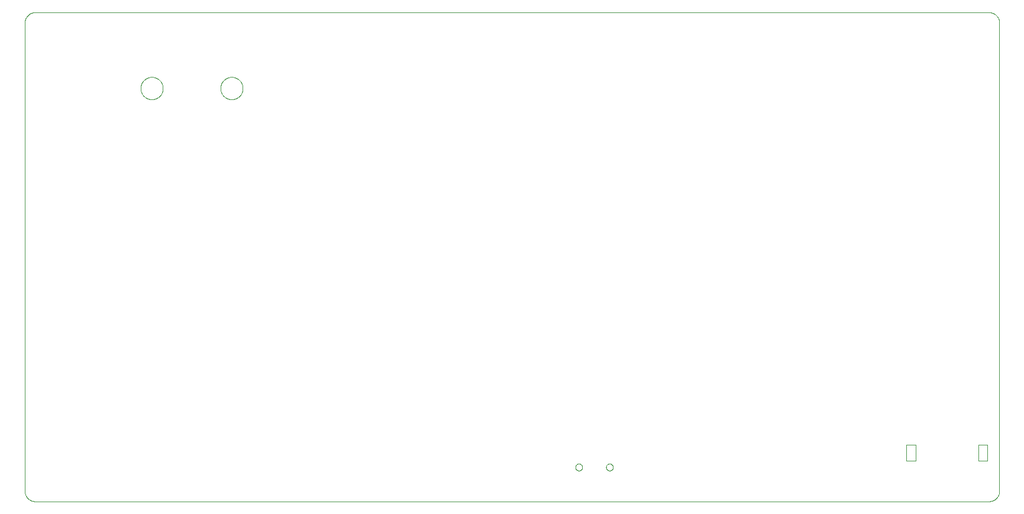
<source format=gko>
G75*
%MOIN*%
%OFA0B0*%
%FSLAX25Y25*%
%IPPOS*%
%LPD*%
%AMOC8*
5,1,8,0,0,1.08239X$1,22.5*
%
%ADD10C,0.00394*%
%ADD11C,0.00000*%
D10*
X0044549Y0138854D02*
X0581951Y0138854D01*
X0582103Y0138856D01*
X0582255Y0138862D01*
X0582407Y0138872D01*
X0582558Y0138885D01*
X0582709Y0138903D01*
X0582860Y0138924D01*
X0583010Y0138950D01*
X0583159Y0138979D01*
X0583308Y0139012D01*
X0583455Y0139049D01*
X0583602Y0139089D01*
X0583747Y0139134D01*
X0583891Y0139182D01*
X0584034Y0139234D01*
X0584176Y0139289D01*
X0584316Y0139348D01*
X0584455Y0139411D01*
X0584592Y0139477D01*
X0584727Y0139547D01*
X0584860Y0139620D01*
X0584991Y0139697D01*
X0585121Y0139777D01*
X0585248Y0139860D01*
X0585373Y0139946D01*
X0585496Y0140036D01*
X0585616Y0140129D01*
X0585734Y0140225D01*
X0585850Y0140324D01*
X0585963Y0140426D01*
X0586073Y0140530D01*
X0586181Y0140638D01*
X0586285Y0140748D01*
X0586387Y0140861D01*
X0586486Y0140977D01*
X0586582Y0141095D01*
X0586675Y0141215D01*
X0586765Y0141338D01*
X0586851Y0141463D01*
X0586934Y0141590D01*
X0587014Y0141720D01*
X0587091Y0141851D01*
X0587164Y0141984D01*
X0587234Y0142119D01*
X0587300Y0142256D01*
X0587363Y0142395D01*
X0587422Y0142535D01*
X0587477Y0142677D01*
X0587529Y0142820D01*
X0587577Y0142964D01*
X0587622Y0143109D01*
X0587662Y0143256D01*
X0587699Y0143403D01*
X0587732Y0143552D01*
X0587761Y0143701D01*
X0587787Y0143851D01*
X0587808Y0144002D01*
X0587826Y0144153D01*
X0587839Y0144304D01*
X0587849Y0144456D01*
X0587855Y0144608D01*
X0587857Y0144760D01*
X0587856Y0144760D02*
X0587856Y0408539D01*
X0587857Y0408539D02*
X0587855Y0408691D01*
X0587849Y0408843D01*
X0587839Y0408995D01*
X0587826Y0409146D01*
X0587808Y0409297D01*
X0587787Y0409448D01*
X0587761Y0409598D01*
X0587732Y0409747D01*
X0587699Y0409896D01*
X0587662Y0410043D01*
X0587622Y0410190D01*
X0587577Y0410335D01*
X0587529Y0410479D01*
X0587477Y0410622D01*
X0587422Y0410764D01*
X0587363Y0410904D01*
X0587300Y0411043D01*
X0587234Y0411180D01*
X0587164Y0411315D01*
X0587091Y0411448D01*
X0587014Y0411579D01*
X0586934Y0411709D01*
X0586851Y0411836D01*
X0586765Y0411961D01*
X0586675Y0412084D01*
X0586582Y0412204D01*
X0586486Y0412322D01*
X0586387Y0412438D01*
X0586285Y0412551D01*
X0586181Y0412661D01*
X0586073Y0412769D01*
X0585963Y0412873D01*
X0585850Y0412975D01*
X0585734Y0413074D01*
X0585616Y0413170D01*
X0585496Y0413263D01*
X0585373Y0413353D01*
X0585248Y0413439D01*
X0585121Y0413522D01*
X0584991Y0413602D01*
X0584860Y0413679D01*
X0584727Y0413752D01*
X0584592Y0413822D01*
X0584455Y0413888D01*
X0584316Y0413951D01*
X0584176Y0414010D01*
X0584034Y0414065D01*
X0583891Y0414117D01*
X0583747Y0414165D01*
X0583602Y0414210D01*
X0583455Y0414250D01*
X0583308Y0414287D01*
X0583159Y0414320D01*
X0583010Y0414349D01*
X0582860Y0414375D01*
X0582709Y0414396D01*
X0582558Y0414414D01*
X0582407Y0414427D01*
X0582255Y0414437D01*
X0582103Y0414443D01*
X0581951Y0414445D01*
X0044549Y0414445D01*
X0044397Y0414443D01*
X0044245Y0414437D01*
X0044093Y0414427D01*
X0043942Y0414414D01*
X0043791Y0414396D01*
X0043640Y0414375D01*
X0043490Y0414349D01*
X0043341Y0414320D01*
X0043192Y0414287D01*
X0043045Y0414250D01*
X0042898Y0414210D01*
X0042753Y0414165D01*
X0042609Y0414117D01*
X0042466Y0414065D01*
X0042324Y0414010D01*
X0042184Y0413951D01*
X0042045Y0413888D01*
X0041908Y0413822D01*
X0041773Y0413752D01*
X0041640Y0413679D01*
X0041509Y0413602D01*
X0041379Y0413522D01*
X0041252Y0413439D01*
X0041127Y0413353D01*
X0041004Y0413263D01*
X0040884Y0413170D01*
X0040766Y0413074D01*
X0040650Y0412975D01*
X0040537Y0412873D01*
X0040427Y0412769D01*
X0040319Y0412661D01*
X0040215Y0412551D01*
X0040113Y0412438D01*
X0040014Y0412322D01*
X0039918Y0412204D01*
X0039825Y0412084D01*
X0039735Y0411961D01*
X0039649Y0411836D01*
X0039566Y0411709D01*
X0039486Y0411579D01*
X0039409Y0411448D01*
X0039336Y0411315D01*
X0039266Y0411180D01*
X0039200Y0411043D01*
X0039137Y0410904D01*
X0039078Y0410764D01*
X0039023Y0410622D01*
X0038971Y0410479D01*
X0038923Y0410335D01*
X0038878Y0410190D01*
X0038838Y0410043D01*
X0038801Y0409896D01*
X0038768Y0409747D01*
X0038739Y0409598D01*
X0038713Y0409448D01*
X0038692Y0409297D01*
X0038674Y0409146D01*
X0038661Y0408995D01*
X0038651Y0408843D01*
X0038645Y0408691D01*
X0038643Y0408539D01*
X0038643Y0144760D01*
X0038645Y0144608D01*
X0038651Y0144456D01*
X0038661Y0144304D01*
X0038674Y0144153D01*
X0038692Y0144002D01*
X0038713Y0143851D01*
X0038739Y0143701D01*
X0038768Y0143552D01*
X0038801Y0143403D01*
X0038838Y0143256D01*
X0038878Y0143109D01*
X0038923Y0142964D01*
X0038971Y0142820D01*
X0039023Y0142677D01*
X0039078Y0142535D01*
X0039137Y0142395D01*
X0039200Y0142256D01*
X0039266Y0142119D01*
X0039336Y0141984D01*
X0039409Y0141851D01*
X0039486Y0141720D01*
X0039566Y0141590D01*
X0039649Y0141463D01*
X0039735Y0141338D01*
X0039825Y0141215D01*
X0039918Y0141095D01*
X0040014Y0140977D01*
X0040113Y0140861D01*
X0040215Y0140748D01*
X0040319Y0140638D01*
X0040427Y0140530D01*
X0040537Y0140426D01*
X0040650Y0140324D01*
X0040766Y0140225D01*
X0040884Y0140129D01*
X0041004Y0140036D01*
X0041127Y0139946D01*
X0041252Y0139860D01*
X0041379Y0139777D01*
X0041509Y0139697D01*
X0041640Y0139620D01*
X0041773Y0139547D01*
X0041908Y0139477D01*
X0042045Y0139411D01*
X0042184Y0139348D01*
X0042324Y0139289D01*
X0042466Y0139234D01*
X0042609Y0139182D01*
X0042753Y0139134D01*
X0042898Y0139089D01*
X0043045Y0139049D01*
X0043192Y0139012D01*
X0043341Y0138979D01*
X0043490Y0138950D01*
X0043640Y0138924D01*
X0043791Y0138903D01*
X0043942Y0138885D01*
X0044093Y0138872D01*
X0044245Y0138862D01*
X0044397Y0138856D01*
X0044549Y0138854D01*
X0535494Y0161689D02*
X0540612Y0161689D01*
X0540612Y0170744D01*
X0535494Y0170744D01*
X0535494Y0161689D01*
X0576045Y0161689D02*
X0581163Y0161689D01*
X0581163Y0170744D01*
X0576045Y0170744D01*
X0576045Y0161689D01*
D11*
X0366202Y0158146D02*
X0366204Y0158234D01*
X0366210Y0158322D01*
X0366220Y0158410D01*
X0366234Y0158498D01*
X0366251Y0158584D01*
X0366273Y0158670D01*
X0366298Y0158754D01*
X0366328Y0158838D01*
X0366360Y0158920D01*
X0366397Y0159000D01*
X0366437Y0159079D01*
X0366481Y0159156D01*
X0366528Y0159231D01*
X0366578Y0159303D01*
X0366632Y0159374D01*
X0366688Y0159441D01*
X0366748Y0159507D01*
X0366810Y0159569D01*
X0366876Y0159629D01*
X0366943Y0159685D01*
X0367014Y0159739D01*
X0367086Y0159789D01*
X0367161Y0159836D01*
X0367238Y0159880D01*
X0367317Y0159920D01*
X0367397Y0159957D01*
X0367479Y0159989D01*
X0367563Y0160019D01*
X0367647Y0160044D01*
X0367733Y0160066D01*
X0367819Y0160083D01*
X0367907Y0160097D01*
X0367995Y0160107D01*
X0368083Y0160113D01*
X0368171Y0160115D01*
X0368259Y0160113D01*
X0368347Y0160107D01*
X0368435Y0160097D01*
X0368523Y0160083D01*
X0368609Y0160066D01*
X0368695Y0160044D01*
X0368779Y0160019D01*
X0368863Y0159989D01*
X0368945Y0159957D01*
X0369025Y0159920D01*
X0369104Y0159880D01*
X0369181Y0159836D01*
X0369256Y0159789D01*
X0369328Y0159739D01*
X0369399Y0159685D01*
X0369466Y0159629D01*
X0369532Y0159569D01*
X0369594Y0159507D01*
X0369654Y0159441D01*
X0369710Y0159374D01*
X0369764Y0159303D01*
X0369814Y0159231D01*
X0369861Y0159156D01*
X0369905Y0159079D01*
X0369945Y0159000D01*
X0369982Y0158920D01*
X0370014Y0158838D01*
X0370044Y0158754D01*
X0370069Y0158670D01*
X0370091Y0158584D01*
X0370108Y0158498D01*
X0370122Y0158410D01*
X0370132Y0158322D01*
X0370138Y0158234D01*
X0370140Y0158146D01*
X0370138Y0158058D01*
X0370132Y0157970D01*
X0370122Y0157882D01*
X0370108Y0157794D01*
X0370091Y0157708D01*
X0370069Y0157622D01*
X0370044Y0157538D01*
X0370014Y0157454D01*
X0369982Y0157372D01*
X0369945Y0157292D01*
X0369905Y0157213D01*
X0369861Y0157136D01*
X0369814Y0157061D01*
X0369764Y0156989D01*
X0369710Y0156918D01*
X0369654Y0156851D01*
X0369594Y0156785D01*
X0369532Y0156723D01*
X0369466Y0156663D01*
X0369399Y0156607D01*
X0369328Y0156553D01*
X0369256Y0156503D01*
X0369181Y0156456D01*
X0369104Y0156412D01*
X0369025Y0156372D01*
X0368945Y0156335D01*
X0368863Y0156303D01*
X0368779Y0156273D01*
X0368695Y0156248D01*
X0368609Y0156226D01*
X0368523Y0156209D01*
X0368435Y0156195D01*
X0368347Y0156185D01*
X0368259Y0156179D01*
X0368171Y0156177D01*
X0368083Y0156179D01*
X0367995Y0156185D01*
X0367907Y0156195D01*
X0367819Y0156209D01*
X0367733Y0156226D01*
X0367647Y0156248D01*
X0367563Y0156273D01*
X0367479Y0156303D01*
X0367397Y0156335D01*
X0367317Y0156372D01*
X0367238Y0156412D01*
X0367161Y0156456D01*
X0367086Y0156503D01*
X0367014Y0156553D01*
X0366943Y0156607D01*
X0366876Y0156663D01*
X0366810Y0156723D01*
X0366748Y0156785D01*
X0366688Y0156851D01*
X0366632Y0156918D01*
X0366578Y0156989D01*
X0366528Y0157061D01*
X0366481Y0157136D01*
X0366437Y0157213D01*
X0366397Y0157292D01*
X0366360Y0157372D01*
X0366328Y0157454D01*
X0366298Y0157538D01*
X0366273Y0157622D01*
X0366251Y0157708D01*
X0366234Y0157794D01*
X0366220Y0157882D01*
X0366210Y0157970D01*
X0366204Y0158058D01*
X0366202Y0158146D01*
X0348879Y0158146D02*
X0348881Y0158234D01*
X0348887Y0158322D01*
X0348897Y0158410D01*
X0348911Y0158498D01*
X0348928Y0158584D01*
X0348950Y0158670D01*
X0348975Y0158754D01*
X0349005Y0158838D01*
X0349037Y0158920D01*
X0349074Y0159000D01*
X0349114Y0159079D01*
X0349158Y0159156D01*
X0349205Y0159231D01*
X0349255Y0159303D01*
X0349309Y0159374D01*
X0349365Y0159441D01*
X0349425Y0159507D01*
X0349487Y0159569D01*
X0349553Y0159629D01*
X0349620Y0159685D01*
X0349691Y0159739D01*
X0349763Y0159789D01*
X0349838Y0159836D01*
X0349915Y0159880D01*
X0349994Y0159920D01*
X0350074Y0159957D01*
X0350156Y0159989D01*
X0350240Y0160019D01*
X0350324Y0160044D01*
X0350410Y0160066D01*
X0350496Y0160083D01*
X0350584Y0160097D01*
X0350672Y0160107D01*
X0350760Y0160113D01*
X0350848Y0160115D01*
X0350936Y0160113D01*
X0351024Y0160107D01*
X0351112Y0160097D01*
X0351200Y0160083D01*
X0351286Y0160066D01*
X0351372Y0160044D01*
X0351456Y0160019D01*
X0351540Y0159989D01*
X0351622Y0159957D01*
X0351702Y0159920D01*
X0351781Y0159880D01*
X0351858Y0159836D01*
X0351933Y0159789D01*
X0352005Y0159739D01*
X0352076Y0159685D01*
X0352143Y0159629D01*
X0352209Y0159569D01*
X0352271Y0159507D01*
X0352331Y0159441D01*
X0352387Y0159374D01*
X0352441Y0159303D01*
X0352491Y0159231D01*
X0352538Y0159156D01*
X0352582Y0159079D01*
X0352622Y0159000D01*
X0352659Y0158920D01*
X0352691Y0158838D01*
X0352721Y0158754D01*
X0352746Y0158670D01*
X0352768Y0158584D01*
X0352785Y0158498D01*
X0352799Y0158410D01*
X0352809Y0158322D01*
X0352815Y0158234D01*
X0352817Y0158146D01*
X0352815Y0158058D01*
X0352809Y0157970D01*
X0352799Y0157882D01*
X0352785Y0157794D01*
X0352768Y0157708D01*
X0352746Y0157622D01*
X0352721Y0157538D01*
X0352691Y0157454D01*
X0352659Y0157372D01*
X0352622Y0157292D01*
X0352582Y0157213D01*
X0352538Y0157136D01*
X0352491Y0157061D01*
X0352441Y0156989D01*
X0352387Y0156918D01*
X0352331Y0156851D01*
X0352271Y0156785D01*
X0352209Y0156723D01*
X0352143Y0156663D01*
X0352076Y0156607D01*
X0352005Y0156553D01*
X0351933Y0156503D01*
X0351858Y0156456D01*
X0351781Y0156412D01*
X0351702Y0156372D01*
X0351622Y0156335D01*
X0351540Y0156303D01*
X0351456Y0156273D01*
X0351372Y0156248D01*
X0351286Y0156226D01*
X0351200Y0156209D01*
X0351112Y0156195D01*
X0351024Y0156185D01*
X0350936Y0156179D01*
X0350848Y0156177D01*
X0350760Y0156179D01*
X0350672Y0156185D01*
X0350584Y0156195D01*
X0350496Y0156209D01*
X0350410Y0156226D01*
X0350324Y0156248D01*
X0350240Y0156273D01*
X0350156Y0156303D01*
X0350074Y0156335D01*
X0349994Y0156372D01*
X0349915Y0156412D01*
X0349838Y0156456D01*
X0349763Y0156503D01*
X0349691Y0156553D01*
X0349620Y0156607D01*
X0349553Y0156663D01*
X0349487Y0156723D01*
X0349425Y0156785D01*
X0349365Y0156851D01*
X0349309Y0156918D01*
X0349255Y0156989D01*
X0349205Y0157061D01*
X0349158Y0157136D01*
X0349114Y0157213D01*
X0349074Y0157292D01*
X0349037Y0157372D01*
X0349005Y0157454D01*
X0348975Y0157538D01*
X0348950Y0157622D01*
X0348928Y0157708D01*
X0348911Y0157794D01*
X0348897Y0157882D01*
X0348887Y0157970D01*
X0348881Y0158058D01*
X0348879Y0158146D01*
X0148920Y0371687D02*
X0148922Y0371845D01*
X0148928Y0372003D01*
X0148938Y0372161D01*
X0148952Y0372319D01*
X0148970Y0372476D01*
X0148991Y0372633D01*
X0149017Y0372789D01*
X0149047Y0372945D01*
X0149080Y0373100D01*
X0149118Y0373253D01*
X0149159Y0373406D01*
X0149204Y0373558D01*
X0149253Y0373709D01*
X0149306Y0373858D01*
X0149362Y0374006D01*
X0149422Y0374152D01*
X0149486Y0374297D01*
X0149554Y0374440D01*
X0149625Y0374582D01*
X0149699Y0374722D01*
X0149777Y0374859D01*
X0149859Y0374995D01*
X0149943Y0375129D01*
X0150032Y0375260D01*
X0150123Y0375389D01*
X0150218Y0375516D01*
X0150315Y0375641D01*
X0150416Y0375763D01*
X0150520Y0375882D01*
X0150627Y0375999D01*
X0150737Y0376113D01*
X0150850Y0376224D01*
X0150965Y0376333D01*
X0151083Y0376438D01*
X0151204Y0376540D01*
X0151327Y0376640D01*
X0151453Y0376736D01*
X0151581Y0376829D01*
X0151711Y0376919D01*
X0151844Y0377005D01*
X0151979Y0377089D01*
X0152115Y0377168D01*
X0152254Y0377245D01*
X0152395Y0377317D01*
X0152537Y0377387D01*
X0152681Y0377452D01*
X0152827Y0377514D01*
X0152974Y0377572D01*
X0153123Y0377627D01*
X0153273Y0377678D01*
X0153424Y0377725D01*
X0153576Y0377768D01*
X0153729Y0377807D01*
X0153884Y0377843D01*
X0154039Y0377874D01*
X0154195Y0377902D01*
X0154351Y0377926D01*
X0154508Y0377946D01*
X0154666Y0377962D01*
X0154823Y0377974D01*
X0154982Y0377982D01*
X0155140Y0377986D01*
X0155298Y0377986D01*
X0155456Y0377982D01*
X0155615Y0377974D01*
X0155772Y0377962D01*
X0155930Y0377946D01*
X0156087Y0377926D01*
X0156243Y0377902D01*
X0156399Y0377874D01*
X0156554Y0377843D01*
X0156709Y0377807D01*
X0156862Y0377768D01*
X0157014Y0377725D01*
X0157165Y0377678D01*
X0157315Y0377627D01*
X0157464Y0377572D01*
X0157611Y0377514D01*
X0157757Y0377452D01*
X0157901Y0377387D01*
X0158043Y0377317D01*
X0158184Y0377245D01*
X0158323Y0377168D01*
X0158459Y0377089D01*
X0158594Y0377005D01*
X0158727Y0376919D01*
X0158857Y0376829D01*
X0158985Y0376736D01*
X0159111Y0376640D01*
X0159234Y0376540D01*
X0159355Y0376438D01*
X0159473Y0376333D01*
X0159588Y0376224D01*
X0159701Y0376113D01*
X0159811Y0375999D01*
X0159918Y0375882D01*
X0160022Y0375763D01*
X0160123Y0375641D01*
X0160220Y0375516D01*
X0160315Y0375389D01*
X0160406Y0375260D01*
X0160495Y0375129D01*
X0160579Y0374995D01*
X0160661Y0374859D01*
X0160739Y0374722D01*
X0160813Y0374582D01*
X0160884Y0374440D01*
X0160952Y0374297D01*
X0161016Y0374152D01*
X0161076Y0374006D01*
X0161132Y0373858D01*
X0161185Y0373709D01*
X0161234Y0373558D01*
X0161279Y0373406D01*
X0161320Y0373253D01*
X0161358Y0373100D01*
X0161391Y0372945D01*
X0161421Y0372789D01*
X0161447Y0372633D01*
X0161468Y0372476D01*
X0161486Y0372319D01*
X0161500Y0372161D01*
X0161510Y0372003D01*
X0161516Y0371845D01*
X0161518Y0371687D01*
X0161516Y0371529D01*
X0161510Y0371371D01*
X0161500Y0371213D01*
X0161486Y0371055D01*
X0161468Y0370898D01*
X0161447Y0370741D01*
X0161421Y0370585D01*
X0161391Y0370429D01*
X0161358Y0370274D01*
X0161320Y0370121D01*
X0161279Y0369968D01*
X0161234Y0369816D01*
X0161185Y0369665D01*
X0161132Y0369516D01*
X0161076Y0369368D01*
X0161016Y0369222D01*
X0160952Y0369077D01*
X0160884Y0368934D01*
X0160813Y0368792D01*
X0160739Y0368652D01*
X0160661Y0368515D01*
X0160579Y0368379D01*
X0160495Y0368245D01*
X0160406Y0368114D01*
X0160315Y0367985D01*
X0160220Y0367858D01*
X0160123Y0367733D01*
X0160022Y0367611D01*
X0159918Y0367492D01*
X0159811Y0367375D01*
X0159701Y0367261D01*
X0159588Y0367150D01*
X0159473Y0367041D01*
X0159355Y0366936D01*
X0159234Y0366834D01*
X0159111Y0366734D01*
X0158985Y0366638D01*
X0158857Y0366545D01*
X0158727Y0366455D01*
X0158594Y0366369D01*
X0158459Y0366285D01*
X0158323Y0366206D01*
X0158184Y0366129D01*
X0158043Y0366057D01*
X0157901Y0365987D01*
X0157757Y0365922D01*
X0157611Y0365860D01*
X0157464Y0365802D01*
X0157315Y0365747D01*
X0157165Y0365696D01*
X0157014Y0365649D01*
X0156862Y0365606D01*
X0156709Y0365567D01*
X0156554Y0365531D01*
X0156399Y0365500D01*
X0156243Y0365472D01*
X0156087Y0365448D01*
X0155930Y0365428D01*
X0155772Y0365412D01*
X0155615Y0365400D01*
X0155456Y0365392D01*
X0155298Y0365388D01*
X0155140Y0365388D01*
X0154982Y0365392D01*
X0154823Y0365400D01*
X0154666Y0365412D01*
X0154508Y0365428D01*
X0154351Y0365448D01*
X0154195Y0365472D01*
X0154039Y0365500D01*
X0153884Y0365531D01*
X0153729Y0365567D01*
X0153576Y0365606D01*
X0153424Y0365649D01*
X0153273Y0365696D01*
X0153123Y0365747D01*
X0152974Y0365802D01*
X0152827Y0365860D01*
X0152681Y0365922D01*
X0152537Y0365987D01*
X0152395Y0366057D01*
X0152254Y0366129D01*
X0152115Y0366206D01*
X0151979Y0366285D01*
X0151844Y0366369D01*
X0151711Y0366455D01*
X0151581Y0366545D01*
X0151453Y0366638D01*
X0151327Y0366734D01*
X0151204Y0366834D01*
X0151083Y0366936D01*
X0150965Y0367041D01*
X0150850Y0367150D01*
X0150737Y0367261D01*
X0150627Y0367375D01*
X0150520Y0367492D01*
X0150416Y0367611D01*
X0150315Y0367733D01*
X0150218Y0367858D01*
X0150123Y0367985D01*
X0150032Y0368114D01*
X0149943Y0368245D01*
X0149859Y0368379D01*
X0149777Y0368515D01*
X0149699Y0368652D01*
X0149625Y0368792D01*
X0149554Y0368934D01*
X0149486Y0369077D01*
X0149422Y0369222D01*
X0149362Y0369368D01*
X0149306Y0369516D01*
X0149253Y0369665D01*
X0149204Y0369816D01*
X0149159Y0369968D01*
X0149118Y0370121D01*
X0149080Y0370274D01*
X0149047Y0370429D01*
X0149017Y0370585D01*
X0148991Y0370741D01*
X0148970Y0370898D01*
X0148952Y0371055D01*
X0148938Y0371213D01*
X0148928Y0371371D01*
X0148922Y0371529D01*
X0148920Y0371687D01*
X0103920Y0371687D02*
X0103922Y0371845D01*
X0103928Y0372003D01*
X0103938Y0372161D01*
X0103952Y0372319D01*
X0103970Y0372476D01*
X0103991Y0372633D01*
X0104017Y0372789D01*
X0104047Y0372945D01*
X0104080Y0373100D01*
X0104118Y0373253D01*
X0104159Y0373406D01*
X0104204Y0373558D01*
X0104253Y0373709D01*
X0104306Y0373858D01*
X0104362Y0374006D01*
X0104422Y0374152D01*
X0104486Y0374297D01*
X0104554Y0374440D01*
X0104625Y0374582D01*
X0104699Y0374722D01*
X0104777Y0374859D01*
X0104859Y0374995D01*
X0104943Y0375129D01*
X0105032Y0375260D01*
X0105123Y0375389D01*
X0105218Y0375516D01*
X0105315Y0375641D01*
X0105416Y0375763D01*
X0105520Y0375882D01*
X0105627Y0375999D01*
X0105737Y0376113D01*
X0105850Y0376224D01*
X0105965Y0376333D01*
X0106083Y0376438D01*
X0106204Y0376540D01*
X0106327Y0376640D01*
X0106453Y0376736D01*
X0106581Y0376829D01*
X0106711Y0376919D01*
X0106844Y0377005D01*
X0106979Y0377089D01*
X0107115Y0377168D01*
X0107254Y0377245D01*
X0107395Y0377317D01*
X0107537Y0377387D01*
X0107681Y0377452D01*
X0107827Y0377514D01*
X0107974Y0377572D01*
X0108123Y0377627D01*
X0108273Y0377678D01*
X0108424Y0377725D01*
X0108576Y0377768D01*
X0108729Y0377807D01*
X0108884Y0377843D01*
X0109039Y0377874D01*
X0109195Y0377902D01*
X0109351Y0377926D01*
X0109508Y0377946D01*
X0109666Y0377962D01*
X0109823Y0377974D01*
X0109982Y0377982D01*
X0110140Y0377986D01*
X0110298Y0377986D01*
X0110456Y0377982D01*
X0110615Y0377974D01*
X0110772Y0377962D01*
X0110930Y0377946D01*
X0111087Y0377926D01*
X0111243Y0377902D01*
X0111399Y0377874D01*
X0111554Y0377843D01*
X0111709Y0377807D01*
X0111862Y0377768D01*
X0112014Y0377725D01*
X0112165Y0377678D01*
X0112315Y0377627D01*
X0112464Y0377572D01*
X0112611Y0377514D01*
X0112757Y0377452D01*
X0112901Y0377387D01*
X0113043Y0377317D01*
X0113184Y0377245D01*
X0113323Y0377168D01*
X0113459Y0377089D01*
X0113594Y0377005D01*
X0113727Y0376919D01*
X0113857Y0376829D01*
X0113985Y0376736D01*
X0114111Y0376640D01*
X0114234Y0376540D01*
X0114355Y0376438D01*
X0114473Y0376333D01*
X0114588Y0376224D01*
X0114701Y0376113D01*
X0114811Y0375999D01*
X0114918Y0375882D01*
X0115022Y0375763D01*
X0115123Y0375641D01*
X0115220Y0375516D01*
X0115315Y0375389D01*
X0115406Y0375260D01*
X0115495Y0375129D01*
X0115579Y0374995D01*
X0115661Y0374859D01*
X0115739Y0374722D01*
X0115813Y0374582D01*
X0115884Y0374440D01*
X0115952Y0374297D01*
X0116016Y0374152D01*
X0116076Y0374006D01*
X0116132Y0373858D01*
X0116185Y0373709D01*
X0116234Y0373558D01*
X0116279Y0373406D01*
X0116320Y0373253D01*
X0116358Y0373100D01*
X0116391Y0372945D01*
X0116421Y0372789D01*
X0116447Y0372633D01*
X0116468Y0372476D01*
X0116486Y0372319D01*
X0116500Y0372161D01*
X0116510Y0372003D01*
X0116516Y0371845D01*
X0116518Y0371687D01*
X0116516Y0371529D01*
X0116510Y0371371D01*
X0116500Y0371213D01*
X0116486Y0371055D01*
X0116468Y0370898D01*
X0116447Y0370741D01*
X0116421Y0370585D01*
X0116391Y0370429D01*
X0116358Y0370274D01*
X0116320Y0370121D01*
X0116279Y0369968D01*
X0116234Y0369816D01*
X0116185Y0369665D01*
X0116132Y0369516D01*
X0116076Y0369368D01*
X0116016Y0369222D01*
X0115952Y0369077D01*
X0115884Y0368934D01*
X0115813Y0368792D01*
X0115739Y0368652D01*
X0115661Y0368515D01*
X0115579Y0368379D01*
X0115495Y0368245D01*
X0115406Y0368114D01*
X0115315Y0367985D01*
X0115220Y0367858D01*
X0115123Y0367733D01*
X0115022Y0367611D01*
X0114918Y0367492D01*
X0114811Y0367375D01*
X0114701Y0367261D01*
X0114588Y0367150D01*
X0114473Y0367041D01*
X0114355Y0366936D01*
X0114234Y0366834D01*
X0114111Y0366734D01*
X0113985Y0366638D01*
X0113857Y0366545D01*
X0113727Y0366455D01*
X0113594Y0366369D01*
X0113459Y0366285D01*
X0113323Y0366206D01*
X0113184Y0366129D01*
X0113043Y0366057D01*
X0112901Y0365987D01*
X0112757Y0365922D01*
X0112611Y0365860D01*
X0112464Y0365802D01*
X0112315Y0365747D01*
X0112165Y0365696D01*
X0112014Y0365649D01*
X0111862Y0365606D01*
X0111709Y0365567D01*
X0111554Y0365531D01*
X0111399Y0365500D01*
X0111243Y0365472D01*
X0111087Y0365448D01*
X0110930Y0365428D01*
X0110772Y0365412D01*
X0110615Y0365400D01*
X0110456Y0365392D01*
X0110298Y0365388D01*
X0110140Y0365388D01*
X0109982Y0365392D01*
X0109823Y0365400D01*
X0109666Y0365412D01*
X0109508Y0365428D01*
X0109351Y0365448D01*
X0109195Y0365472D01*
X0109039Y0365500D01*
X0108884Y0365531D01*
X0108729Y0365567D01*
X0108576Y0365606D01*
X0108424Y0365649D01*
X0108273Y0365696D01*
X0108123Y0365747D01*
X0107974Y0365802D01*
X0107827Y0365860D01*
X0107681Y0365922D01*
X0107537Y0365987D01*
X0107395Y0366057D01*
X0107254Y0366129D01*
X0107115Y0366206D01*
X0106979Y0366285D01*
X0106844Y0366369D01*
X0106711Y0366455D01*
X0106581Y0366545D01*
X0106453Y0366638D01*
X0106327Y0366734D01*
X0106204Y0366834D01*
X0106083Y0366936D01*
X0105965Y0367041D01*
X0105850Y0367150D01*
X0105737Y0367261D01*
X0105627Y0367375D01*
X0105520Y0367492D01*
X0105416Y0367611D01*
X0105315Y0367733D01*
X0105218Y0367858D01*
X0105123Y0367985D01*
X0105032Y0368114D01*
X0104943Y0368245D01*
X0104859Y0368379D01*
X0104777Y0368515D01*
X0104699Y0368652D01*
X0104625Y0368792D01*
X0104554Y0368934D01*
X0104486Y0369077D01*
X0104422Y0369222D01*
X0104362Y0369368D01*
X0104306Y0369516D01*
X0104253Y0369665D01*
X0104204Y0369816D01*
X0104159Y0369968D01*
X0104118Y0370121D01*
X0104080Y0370274D01*
X0104047Y0370429D01*
X0104017Y0370585D01*
X0103991Y0370741D01*
X0103970Y0370898D01*
X0103952Y0371055D01*
X0103938Y0371213D01*
X0103928Y0371371D01*
X0103922Y0371529D01*
X0103920Y0371687D01*
M02*

</source>
